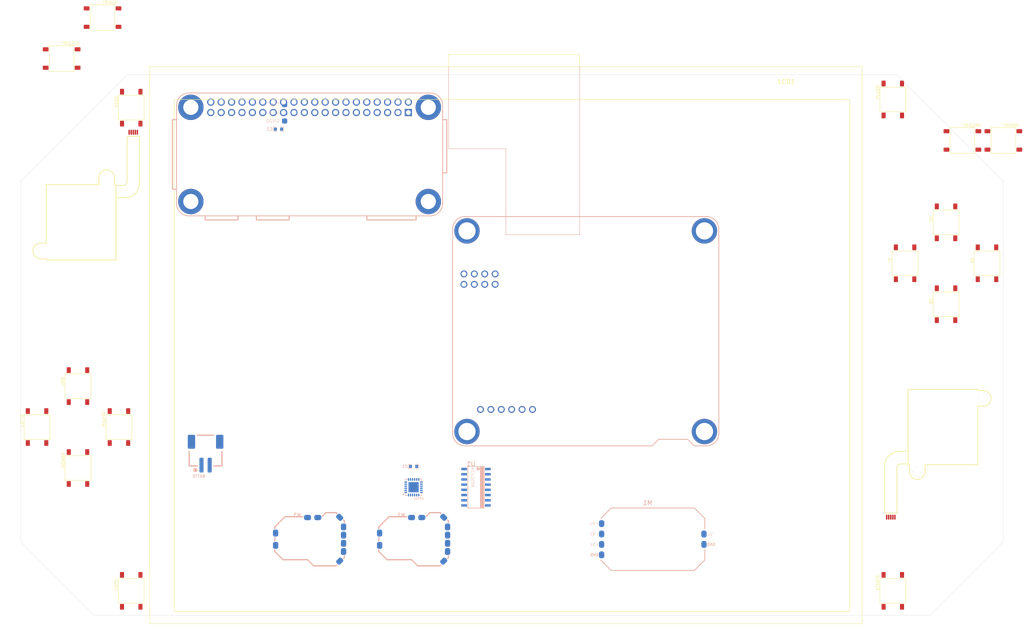
<source format=kicad_pcb>
(kicad_pcb (version 20211014) (generator pcbnew)
  (layers (0 "F.Cu" signal) (31 "B.Cu" signal) (34 "B.Paste" user) (35 "F.Paste" user) (36 "B.SilkS" user "B.Silkscreen") (37 "F.SilkS" user "F.Silkscreen") (38 "B.Mask" user) (39 "F.Mask" user) (44 "Edge.Cuts" user))
  (net 0 "")
  (net 1 "GND")
  (net 2 "TRIGL")
  (net 3 "TRIGZL")
  (net 4 "NEG")
  (net 5 "UP")
  (net 6 "DOWN")
  (net 7 "LEFT")
  (net 8 "RIGHT")
  (net 9 "CAP")
  (net 10 "TRIGR")
  (net 11 "TRIGZR")
  (net 12 "PLUS")
  (net 13 "X")
  (net 14 "B")
  (net 15 "Y")
  (net 16 "A")
  (net 17 "START")
  (net 18 "+3.3V")
  (net 19 "N$3")
  (net 20 "N$4")
  (net 21 "N$5")
  (net 22 "N$6")
  (net 23 "N$1")
  (net 24 "N$7")
  (net 25 "~{JOY_CS}")
  (net 26 "~{BTN_CS}")
  (net 27 "SPI_DI")
  (net 28 "SPI_DO")
  (net 29 "SPI_CLK")
  (net 30 "+4.1V")
  (net 31 "+5V")
  (net 32 "TX")
  (net 33 "RX")
  (net 34 "~{BTN_IRQ}")
  (footprint "umami-blade:B3FS" (layer "F.Cu") (at 244.5011 85.0036 90)
    (fp_text reference "Y0" (at 0 -3.7 90) (layer "F.SilkS") (effects (font (size 0.709168 0.709168) (thickness 0.103632)) (justify left)))
    (fp_text value "Tact. Sw.")
    (pad "1" smd roundrect (at 3.9 2.25 180) (size 1 1.4) (layers "F.Cu" "F.Paste" "F.Mask") (roundrect_rratio 0.15) (net 15 "Y"))
    (pad "2" smd roundrect (at -3.9 2.25 180) (size 1 1.4) (layers "F.Cu" "F.Paste" "F.Mask") (roundrect_rratio 0.15) (net 15 "Y"))
    (pad "3" smd roundrect (at 3.9 -2.25 180) (size 1 1.4) (layers "F.Cu" "F.Paste" "F.Mask") (roundrect_rratio 0.15) (net 1 "GND"))
    (pad "4" smd roundrect (at -3.9 -2.25 180) (size 1 1.4) (layers "F.Cu" "F.Paste" "F.Mask") (roundrect_rratio 0.15) (net 1 "GND"))
  )
  (footprint "" (layer "F.Cu") (at 33.4011 82.0036)
    (fp_text reference "@HOLE1" hide)
    (fp_text value "" (at 0 0) (layer "F.SilkS") (effects (font (size 1.27 1.27))))
    (pad "" np_thru_hole circle (at 0 0) (size 2.2 2.2) (drill 2.2) (layers *.Cu *.Mask))
  )
  (footprint "umami-blade:B3FS" (layer "F.Cu") (at 241.5011 165.0036 90)
    (fp_text reference "START0" (at 0 -3.7 90) (layer "F.SilkS") (effects (font (size 0.709168 0.709168) (thickness 0.103632)) (justify left)))
    (fp_text value "Tact. Sw.")
    (pad "1" smd roundrect (at 3.9 2.25 180) (size 1 1.4) (layers "F.Cu" "F.Paste" "F.Mask") (roundrect_rratio 0.15) (net 17 "START"))
    (pad "2" smd roundrect (at -3.9 2.25 180) (size 1 1.4) (layers "F.Cu" "F.Paste" "F.Mask") (roundrect_rratio 0.15) (net 17 "START"))
    (pad "3" smd roundrect (at 3.9 -2.25 180) (size 1 1.4) (layers "F.Cu" "F.Paste" "F.Mask") (roundrect_rratio 0.15) (net 1 "GND"))
    (pad "4" smd roundrect (at -3.9 -2.25 180) (size 1 1.4) (layers "F.Cu" "F.Paste" "F.Mask") (roundrect_rratio 0.15) (net 1 "GND"))
  )
  (footprint "umami-blade:B3FS" (layer "F.Cu") (at 55.5011 165.0036 90)
    (fp_text reference "CAP0" (at 0 -3.7 90) (layer "F.SilkS") (effects (font (size 0.709168 0.709168) (thickness 0.103632)) (justify left)))
    (fp_text value "Tact. Sw.")
    (pad "1" smd roundrect (at 3.9 2.25 180) (size 1 1.4) (layers "F.Cu" "F.Paste" "F.Mask") (roundrect_rratio 0.15) (net 9 "CAP"))
    (pad "2" smd roundrect (at -3.9 2.25 180) (size 1 1.4) (layers "F.Cu" "F.Paste" "F.Mask") (roundrect_rratio 0.15) (net 9 "CAP"))
    (pad "3" smd roundrect (at 3.9 -2.25 180) (size 1 1.4) (layers "F.Cu" "F.Paste" "F.Mask") (roundrect_rratio 0.15) (net 1 "GND"))
    (pad "4" smd roundrect (at -3.9 -2.25 180) (size 1 1.4) (layers "F.Cu" "F.Paste" "F.Mask") (roundrect_rratio 0.15) (net 1 "GND"))
  )
  (footprint "umami-blade:B3FS" (layer "F.Cu") (at 268.5011 55.0036)
    (fp_text reference "TRIGR0" (at 0 -3.7) (layer "F.SilkS") (effects (font (size 0.709168 0.709168) (thickness 0.103632)) (justify left)))
    (fp_text value "Tact. Sw.")
    (pad "1" smd roundrect (at 3.9 2.25 90) (size 1 1.4) (layers "F.Cu" "F.Paste" "F.Mask") (roundrect_rratio 0.15) (net 10 "TRIGR"))
    (pad "2" smd roundrect (at -3.9 2.25 90) (size 1 1.4) (layers "F.Cu" "F.Paste" "F.Mask") (roundrect_rratio 0.15) (net 10 "TRIGR"))
    (pad "3" smd roundrect (at 3.9 -2.25 90) (size 1 1.4) (layers "F.Cu" "F.Paste" "F.Mask") (roundrect_rratio 0.15) (net 1 "GND"))
    (pad "4" smd roundrect (at -3.9 -2.25 90) (size 1 1.4) (layers "F.Cu" "F.Paste" "F.Mask") (roundrect_rratio 0.15) (net 1 "GND"))
  )
  (footprint "umami-blade:NINTENDO-JOYCON" (layer "F.Cu") (at 42.5011 75.0036)
    (fp_text reference "JOY1" hide)
    (fp_text value "" hide)
    (pad "" np_thru_hole circle (at -9.1 7) (size 2.2 2.2) (drill 2.2) (layers *.Cu *.Mask))
    (pad "" np_thru_hole circle (at 7 -10.9) (size 2.2 2.2) (drill 2.2) (layers *.Cu *.Mask))
    (pad "1" smd roundrect (at 12.5 -22 90) (size 1.2 0.35) (layers "F.Cu" "F.Paste" "F.Mask") (roundrect_rratio 0.2) (net 18 "+3.3V"))
    (pad "2" smd roundrect (at 13 -22 90) (size 1.2 0.35) (layers "F.Cu" "F.Paste" "F.Mask") (roundrect_rratio 0.2) (net 19 "N$3"))
    (pad "3" smd roundrect (at 13.5 -22 90) (size 1.2 0.35) (layers "F.Cu" "F.Paste" "F.Mask") (roundrect_rratio 0.2) (net 23 "N$1"))
    (pad "4" smd roundrect (at 14 -22 90) (size 1.2 0.35) (layers "F.Cu" "F.Paste" "F.Mask") (roundrect_rratio 0.2) (net 1 "GND"))
    (pad "5" smd roundrect (at 14.5 -22 90) (size 1.2 0.35) (layers "F.Cu" "F.Paste" "F.Mask") (roundrect_rratio 0.2) (net 20 "N$4"))
  )
  (footprint "" (layer "F.Cu") (at 49.5011 64.1036)
    (fp_text reference "@HOLE0" hide)
    (fp_text value "" (at 0 0) (layer "F.SilkS") (effects (font (size 1.27 1.27))))
    (pad "" np_thru_hole circle (at 0 0) (size 2.2 2.2) (drill 2.2) (layers *.Cu *.Mask))
  )
  (footprint "umami-blade:B3FS" (layer "F.Cu") (at 258.5011 55.0036)
    (fp_text reference "TRIGZR0" (at 0 -3.7) (layer "F.SilkS") (effects (font (size 0.709168 0.709168) (thickness 0.103632)) (justify left)))
    (fp_text value "Tact. Sw.")
    (pad "1" smd roundrect (at 3.9 2.25 90) (size 1 1.4) (layers "F.Cu" "F.Paste" "F.Mask") (roundrect_rratio 0.15) (net 11 "TRIGZR"))
    (pad "2" smd roundrect (at -3.9 2.25 90) (size 1 1.4) (layers "F.Cu" "F.Paste" "F.Mask") (roundrect_rratio 0.15) (net 11 "TRIGZR"))
    (pad "3" smd roundrect (at 3.9 -2.25 90) (size 1 1.4) (layers "F.Cu" "F.Paste" "F.Mask") (roundrect_rratio 0.15) (net 1 "GND"))
    (pad "4" smd roundrect (at -3.9 -2.25 90) (size 1 1.4) (layers "F.Cu" "F.Paste" "F.Mask") (roundrect_rratio 0.15) (net 1 "GND"))
  )
  (footprint "umami-blade:B3FS" (layer "F.Cu") (at 254.5011 95.0036 90)
    (fp_text reference "B0" (at 0 -3.7 90) (layer "F.SilkS") (effects (font (size 0.709168 0.709168) (thickness 0.103632)) (justify left)))
    (fp_text value "Tact. Sw.")
    (pad "1" smd roundrect (at 3.9 2.25 180) (size 1 1.4) (layers "F.Cu" "F.Paste" "F.Mask") (roundrect_rratio 0.15) (net 14 "B"))
    (pad "2" smd roundrect (at -3.9 2.25 180) (size 1 1.4) (layers "F.Cu" "F.Paste" "F.Mask") (roundrect_rratio 0.15) (net 14 "B"))
    (pad "3" smd roundrect (at 3.9 -2.25 180) (size 1 1.4) (layers "F.Cu" "F.Paste" "F.Mask") (roundrect_rratio 0.15) (net 1 "GND"))
    (pad "4" smd roundrect (at -3.9 -2.25 180) (size 1 1.4) (layers "F.Cu" "F.Paste" "F.Mask") (roundrect_rratio 0.15) (net 1 "GND"))
  )
  (footprint "umami-blade:B3FS" (layer "F.Cu") (at 48.5011 25.0036)
    (fp_text reference "TRIGL0" (at 0 -3.7) (layer "F.SilkS") (effects (font (size 0.709168 0.709168) (thickness 0.103632)) (justify left)))
    (fp_text value "Tact. Sw.")
    (pad "1" smd roundrect (at 3.9 2.25 90) (size 1 1.4) (layers "F.Cu" "F.Paste" "F.Mask") (roundrect_rratio 0.15) (net 2 "TRIGL"))
    (pad "2" smd roundrect (at -3.9 2.25 90) (size 1 1.4) (layers "F.Cu" "F.Paste" "F.Mask") (roundrect_rratio 0.15) (net 2 "TRIGL"))
    (pad "3" smd roundrect (at 3.9 -2.25 90) (size 1 1.4) (layers "F.Cu" "F.Paste" "F.Mask") (roundrect_rratio 0.15) (net 1 "GND"))
    (pad "4" smd roundrect (at -3.9 -2.25 90) (size 1 1.4) (layers "F.Cu" "F.Paste" "F.Mask") (roundrect_rratio 0.15) (net 1 "GND"))
  )
  (footprint "umami-blade:B3FS" (layer "F.Cu") (at 55.5011 47.0036 90)
    (fp_text reference "NEG0" (at 0 -3.7 90) (layer "F.SilkS") (effects (font (size 0.709168 0.709168) (thickness 0.103632)) (justify left)))
    (fp_text value "Tact. Sw.")
    (pad "1" smd roundrect (at 3.9 2.25 180) (size 1 1.4) (layers "F.Cu" "F.Paste" "F.Mask") (roundrect_rratio 0.15) (net 4 "NEG"))
    (pad "2" smd roundrect (at -3.9 2.25 180) (size 1 1.4) (layers "F.Cu" "F.Paste" "F.Mask") (roundrect_rratio 0.15) (net 4 "NEG"))
    (pad "3" smd roundrect (at 3.9 -2.25 180) (size 1 1.4) (layers "F.Cu" "F.Paste" "F.Mask") (roundrect_rratio 0.15) (net 1 "GND"))
    (pad "4" smd roundrect (at -3.9 -2.25 180) (size 1 1.4) (layers "F.Cu" "F.Paste" "F.Mask") (roundrect_rratio 0.15) (net 1 "GND"))
  )
  (footprint "umami-blade:NINTENDO-JOYCON" (layer "F.Cu") (at 254.5011 125.0036 180)
    (fp_text reference "JOY2" hide)
    (fp_text value "" hide)
    (pad "" np_thru_hole circle (at 7 -10.9 180) (size 2.2 2.2) (drill 2.2) (layers *.Cu *.Mask))
    (pad "" np_thru_hole circle (at -9.1 7 180) (size 2.2 2.2) (drill 2.2) (layers *.Cu *.Mask))
    (pad "1" smd roundrect (at 12.5 -22 270) (size 1.2 0.35) (layers "F.Cu" "F.Paste" "F.Mask") (roundrect_rratio 0.2) (net 18 "+3.3V"))
    (pad "2" smd roundrect (at 13 -22 270) (size 1.2 0.35) (layers "F.Cu" "F.Paste" "F.Mask") (roundrect_rratio 0.2) (net 21 "N$5"))
    (pad "3" smd roundrect (at 13.5 -22 270) (size 1.2 0.35) (layers "F.Cu" "F.Paste" "F.Mask") (roundrect_rratio 0.2) (net 24 "N$7"))
    (pad "4" smd roundrect (at 14 -22 270) (size 1.2 0.35) (layers "F.Cu" "F.Paste" "F.Mask") (roundrect_rratio 0.2) (net 1 "GND"))
    (pad "5" smd roundrect (at 14.5 -22 270) (size 1.2 0.35) (layers "F.Cu" "F.Paste" "F.Mask") (roundrect_rratio 0.2) (net 22 "N$6"))
  )
  (footprint "umami-blade:PIMORONI_PIM372" (layer "F.Cu") (at 147.0011 105.0036)
    (fp_text reference "LCD1" (at 66.3589 -64.3636) (layer "F.SilkS") (effects (font (size 1.108075 1.108075) (thickness 0.161925)) (justify left)))
    (fp_text value "TFT LCD" hide)
  )
  (footprint "umami-blade:B3FS" (layer "F.Cu") (at 38.5011 35.0036)
    (fp_text reference "TRIGZL0" (at 0 -3.7) (layer "F.SilkS") (effects (font (size 0.709168 0.709168) (thickness 0.103632)) (justify left)))
    (fp_text value "Tact. Sw.")
    (pad "1" smd roundrect (at 3.9 2.25 90) (size 1 1.4) (layers "F.Cu" "F.Paste" "F.Mask") (roundrect_rratio 0.15) (net 3 "TRIGZL"))
    (pad "2" smd roundrect (at -3.9 2.25 90) (size 1 1.4) (layers "F.Cu" "F.Paste" "F.Mask") (roundrect_rratio 0.15) (net 3 "TRIGZL"))
    (pad "3" smd roundrect (at 3.9 -2.25 90) (size 1 1.4) (layers "F.Cu" "F.Paste" "F.Mask") (roundrect_rratio 0.15) (net 1 "GND"))
    (pad "4" smd roundrect (at -3.9 -2.25 90) (size 1 1.4) (layers "F.Cu" "F.Paste" "F.Mask") (roundrect_rratio 0.15) (net 1 "GND"))
  )
  (footprint "umami-blade:B3FS" (layer "F.Cu") (at 254.5011 75.0036 90)
    (fp_text reference "X0" (at 0 -3.7 90) (layer "F.SilkS") (effects (font (size 0.709168 0.709168) (thickness 0.103632)) (justify left)))
    (fp_text value "Tact. Sw.")
    (pad "1" smd roundrect (at 3.9 2.25 180) (size 1 1.4) (layers "F.Cu" "F.Paste" "F.Mask") (roundrect_rratio 0.15) (net 13 "X"))
    (pad "2" smd roundrect (at -3.9 2.25 180) (size 1 1.4) (layers "F.Cu" "F.Paste" "F.Mask") (roundrect_rratio 0.15) (net 13 "X"))
    (pad "3" smd roundrect (at 3.9 -2.25 180) (size 1 1.4) (layers "F.Cu" "F.Paste" "F.Mask") (roundrect_rratio 0.15) (net 1 "GND"))
    (pad "4" smd roundrect (at -3.9 -2.25 180) (size 1 1.4) (layers "F.Cu" "F.Paste" "F.Mask") (roundrect_rratio 0.15) (net 1 "GND"))
  )
  (footprint "umami-blade:B3FS" (layer "F.Cu") (at 264.5011 85.0036 90)
    (fp_text reference "A0" (at 0 -3.7 90) (layer "F.SilkS") (effects (font (size 0.709168 0.709168) (thickness 0.103632)) (justify left)))
    (fp_text value "Tact. Sw.")
    (pad "1" smd roundrect (at 3.9 2.25 180) (size 1 1.4) (layers "F.Cu" "F.Paste" "F.Mask") (roundrect_rratio 0.15) (net 16 "A"))
    (pad "2" smd roundrect (at -3.9 2.25 180) (size 1 1.4) (layers "F.Cu" "F.Paste" "F.Mask") (roundrect_rratio 0.15) (net 16 "A"))
    (pad "3" smd roundrect (at 3.9 -2.25 180) (size 1 1.4) (layers "F.Cu" "F.Paste" "F.Mask") (roundrect_rratio 0.15) (net 1 "GND"))
    (pad "4" smd roundrect (at -3.9 -2.25 180) (size 1 1.4) (layers "F.Cu" "F.Paste" "F.Mask") (roundrect_rratio 0.15) (net 1 "GND"))
  )
  (footprint "umami-blade:B3FS" (layer "F.Cu") (at 52.5011 125.0036 90)
    (fp_text reference "RIGHT0" (at 0 -3.7 90) (layer "F.SilkS") (effects (font (size 0.709168 0.709168) (thickness 0.103632)) (justify left)))
    (fp_text value "Tact. Sw.")
    (pad "1" smd roundrect (at 3.9 2.25 180) (size 1 1.4) (layers "F.Cu" "F.Paste" "F.Mask") (roundrect_rratio 0.15) (net 8 "RIGHT"))
    (pad "2" smd roundrect (at -3.9 2.25 180) (size 1 1.4) (layers "F.Cu" "F.Paste" "F.Mask") (roundrect_rratio 0.15) (net 8 "RIGHT"))
    (pad "3" smd roundrect (at 3.9 -2.25 180) (size 1 1.4) (layers "F.Cu" "F.Paste" "F.Mask") (roundrect_rratio 0.15) (net 1 "GND"))
    (pad "4" smd roundrect (at -3.9 -2.25 180) (size 1 1.4) (layers "F.Cu" "F.Paste" "F.Mask") (roundrect_rratio 0.15) (net 1 "GND"))
  )
  (footprint "umami-blade:B3FS" (layer "F.Cu") (at 42.5011 135.0036 90)
    (fp_text reference "DOWN0" (at 0 -3.7 90) (layer "F.SilkS") (effects (font (size 0.709168 0.709168) (thickness 0.103632)) (justify left)))
    (fp_text value "Tact. Sw.")
    (pad "1" smd roundrect (at 3.9 2.25 180) (size 1 1.4) (layers "F.Cu" "F.Paste" "F.Mask") (roundrect_rratio 0.15) (net 6 "DOWN"))
    (pad "2" smd roundrect (at -3.9 2.25 180) (size 1 1.4) (layers "F.Cu" "F.Paste" "F.Mask") (roundrect_rratio 0.15) (net 6 "DOWN"))
    (pad "3" smd roundrect (at 3.9 -2.25 180) (size 1 1.4) (layers "F.Cu" "F.Paste" "F.Mask") (roundrect_rratio 0.15) (net 1 "GND"))
    (pad "4" smd roundrect (at -3.9 -2.25 180) (size 1 1.4) (layers "F.Cu" "F.Paste" "F.Mask") (roundrect_rratio 0.15) (net 1 "GND"))
  )
  (footprint "umami-blade:B3FS" (layer "F.Cu") (at 32.5011 125.0036 90)
    (fp_text reference "LEFT0" (at 0 -3.7 90) (layer "F.SilkS") (effects (font (size 0.709168 0.709168) (thickness 0.103632)) (justify left)))
    (fp_text value "Tact. Sw.")
    (pad "1" smd roundrect (at 3.9 2.25 180) (size 1 1.4) (layers "F.Cu" "F.Paste" "F.Mask") (roundrect_rratio 0.15) (net 7 "LEFT"))
    (pad "2" smd roundrect (at -3.9 2.25 180) (size 1 1.4) (layers "F.Cu" "F.Paste" "F.Mask") (roundrect_rratio 0.15) (net 7 "LEFT"))
    (pad "3" smd roundrect (at 3.9 -2.25 180) (size 1 1.4) (layers "F.Cu" "F.Paste" "F.Mask") (roundrect_rratio 0.15) (net 1 "GND"))
    (pad "4" smd roundrect (at -3.9 -2.25 180) (size 1 1.4) (layers "F.Cu" "F.Paste" "F.Mask") (roundrect_rratio 0.15) (net 1 "GND"))
  )
  (footprint "" (layer "F.Cu") (at 247.5011 135.9036)
    (fp_text reference "@HOLE2" hide)
    (fp_text value "" (at 0 0) (layer "F.SilkS") (effects (font (size 1.27 1.27))))
    (pad "" np_thru_hole circle (at 0 0) (size 2.2 2.2) (drill 2.2) (layers *.Cu *.Mask))
  )
  (footprint "" (layer "F.Cu") (at 263.6011 118.0036)
    (fp_text reference "@HOLE3" hide)
    (fp_text value "" (at 0 0) (layer "F.SilkS") (effects (font (size 1.27 1.27))))
    (pad "" np_thru_hole circle (at 0 0) (size 2.2 2.2) (drill 2.2) (layers *.Cu *.Mask))
  )
  (footprint "umami-blade:B3FS" (layer "F.Cu") (at 241.5011 45.0036 90)
    (fp_text reference "PLUS0" (at 0 -3.7 90) (layer "F.SilkS") (effects (font (size 0.709168 0.709168) (thickness 0.103632)) (justify left)))
    (fp_text value "Tact. Sw.")
    (pad "1" smd roundrect (at 3.9 2.25 180) (size 1 1.4) (layers "F.Cu" "F.Paste" "F.Mask") (roundrect_rratio 0.15) (net 12 "PLUS"))
    (pad "2" smd roundrect (at -3.9 2.25 180) (size 1 1.4) (layers "F.Cu" "F.Paste" "F.Mask") (roundrect_rratio 0.15) (net 12 "PLUS"))
    (pad "3" smd roundrect (at 3.9 -2.25 180) (size 1 1.4) (layers "F.Cu" "F.Paste" "F.Mask") (roundrect_rratio 0.15) (net 1 "GND"))
    (pad "4" smd roundrect (at -3.9 -2.25 180) (size 1 1.4) (layers "F.Cu" "F.Paste" "F.Mask") (roundrect_rratio 0.15) (net 1 "GND"))
  )
  (footprint "umami-blade:B3FS" (layer "F.Cu") (at 42.5011 115.0036 90)
    (fp_text reference "UP0" (at 0 -3.7 90) (layer "F.SilkS") (effects (font (size 0.709168 0.709168) (thickness 0.103632)) (justify left)))
    (fp_text value "Tact. Sw.")
    (pad "1" smd roundrect (at 3.9 2.25 180) (size 1 1.4) (layers "F.Cu" "F.Paste" "F.Mask") (roundrect_rratio 0.15) (net 5 "UP"))
    (pad "2" smd roundrect (at -3.9 2.25 180) (size 1 1.4) (layers "F.Cu" "F.Paste" "F.Mask") (roundrect_rratio 0.15) (net 5 "UP"))
    (pad "3" smd roundrect (at 3.9 -2.25 180) (size 1 1.4) (layers "F.Cu" "F.Paste" "F.Mask") (roundrect_rratio 0.15) (net 1 "GND"))
    (pad "4" smd roundrect (at -3.9 -2.25 180) (size 1 1.4) (layers "F.Cu" "F.Paste" "F.Mask") (roundrect_rratio 0.15) (net 1 "GND"))
  )
  (footprint "umami-blade:0123A" (layer "B.Cu") (at 99.06 152.4 180)
    (fp_text reference "M3" (at 2 5.9) (layer "B.SilkS") (effects (font (size 0.8725 0.8725) (thickness 0.1275)) (justify left mirror)))
    (fp_text value "Class-D, 16W")
    (pad "12V" smd roundrect (at 0.5 5.3 90) (size 1.3 1.7) (layers "B.Cu" "B.Paste" "B.Mask") (roundrect_rratio 0.35))
    (pad "DAI0" smd roundrect (at -8.3 3 180) (size 1.3 1.7) (layers "B.Cu" "B.Paste" "B.Mask") (roundrect_rratio 0.35))
    (pad "DAI1" smd roundrect (at -8.3 1 180) (size 1.3 1.7) (layers "B.Cu" "B.Paste" "B.Mask") (roundrect_rratio 0.35))
    (pad "DAI2" smd roundrect (at -8.3 -1 180) (size 1.3 1.7) (layers "B.Cu" "B.Paste" "B.Mask") (roundrect_rratio 0.35))
    (pad "EN" smd roundrect (at -8.3 -3 180) (size 1.3 1.7) (layers "B.Cu" "B.Paste" "B.Mask") (roundrect_rratio 0.35))
    (pad "GND" smd roundrect (at -7.35 -5.35 135) (size 1.3 1.7) (layers "B.Cu" "B.Paste" "B.Mask") (roundrect_rratio 0.35) (net 1 "GND"))
    (pad "GND2" smd roundrect (at -2 5.3 90) (size 1.3 1.7) (layers "B.Cu" "B.Paste" "B.Mask") (roundrect_rratio 0.35) (net 1 "GND"))
    (pad "SP+" smd roundrect (at 8.3 1.5 180) (size 1.3 1.7) (layers "B.Cu" "B.Paste" "B.Mask") (roundrect_rratio 0.35))
    (pad "SP-" smd roundrect (at 8.3 -1.5 180) (size 1.3 1.7) (layers "B.Cu" "B.Paste" "B.Mask") (roundrect_rratio 0.35))
    (pad "VDD" smd roundrect (at -7.35 5.35 45) (size 1.3 1.7) (layers "B.Cu" "B.Paste" "B.Mask") (roundrect_rratio 0.35))
  )
  (footprint "umami-blade:0603-CAP" (layer "B.Cu") (at 91.472 52.26 180)
    (fp_text reference "C2" (at 1.4 0) (layer "B.SilkS") (effects (font (size 0.709168 0.709168) (thickness 0.103632)) (justify left mirror)))
    (fp_text value "0.1uF")
    (pad "1" smd roundrect (at -0.75184 0 180) (size 0.7112 0.762) (layers "B.Cu" "B.Paste" "B.Mask") (roundrect_rratio 0.1) (net 18 "+3.3V"))
    (pad "2" smd roundrect (at 0.75184 0 180) (size 0.7112 0.762) (layers "B.Cu" "B.Paste" "B.Mask") (roundrect_rratio 0.1) (net 1 "GND"))
  )
  (footprint "umami-blade:0128A" (layer "B.Cu") (at 182.88 152.4 180)
    (fp_text reference "M1" (at 0 8.89) (layer "B.SilkS") (effects (font (size 1.108075 1.108075) (thickness 0.161925)) (justify left mirror)))
    (fp_text value "")
    (fp_text user "-9V" (at 14.2494 1.27) (layer "B.SilkS") (effects (font (size 0.70104 0.70104) (thickness 0.06096)) (justify mirror)))
    (fp_text user "GND" (at -14.224 -1.27) (layer "B.SilkS") (effects (font (size 0.6477 0.6477) (thickness 0.1143)) (justify mirror)))
    (fp_text user "IN" (at -13.716 1.016) (layer "B.SilkS") (effects (font (size 0.471776 0.471776) (thickness 0.041024)) (justify mirror)))
    (fp_text user "GND" (at 14.2494 -3.81) (layer "B.SilkS") (effects (font (size 0.6477 0.6477) (thickness 0.1143)) (justify mirror)))
    (fp_text user "V" (at -14.351 1.27) (layer "B.SilkS") (effects (font (size 0.794512 0.794512) (thickness 0.069088)) (justify mirror)))
    (fp_text user "+9V" (at 14.224 3.81) (layer "B.SilkS") (effects (font (size 0.70104 0.70104) (thickness 0.06096)) (justify mirror)))
    (fp_text user "+5V" (at 14.224 -1.27) (layer "B.SilkS") (effects (font (size 0.70104 0.70104) (thickness 0.06096)) (justify mirror)))
    (pad "+9V" smd roundrect (at 12.5 3.81) (size 1.3 1.7) (layers "B.Cu" "B.Paste" "B.Mask") (roundrect_rratio 0.4))
    (pad "-9V" smd roundrect (at 12.5 1.27) (size 1.3 1.7) (layers "B.Cu" "B.Paste" "B.Mask") (roundrect_rratio 0.4))
    (pad "5V" smd roundrect (at 12.5 -1.27) (size 1.3 1.7) (layers "B.Cu" "B.Paste" "B.Mask") (roundrect_rratio 0.4) (net 31 "+5V"))
    (pad "GNDI" smd roundrect (at -12.5 -1.27 180) (size 1.3 1.7) (layers "B.Cu" "B.Paste" "B.Mask") (roundrect_rratio 0.4) (net 1 "GND"))
    (pad "GNDO" smd roundrect (at 12.5 -3.81) (size 1.3 1.7) (layers "B.Cu" "B.Paste" "B.Mask") (roundrect_rratio 0.4) (net 1 "GND"))
    (pad "VIN" smd roundrect (at -12.5 1.27 180) (size 1.3 1.7) (layers "B.Cu" "B.Paste" "B.Mask") (roundrect_rratio 0.4))
  )
  (footprint "umami-blade:PIMORONI-LCD-CONTROLLER" (layer "B.Cu") (at 166.5 101.6 180)
    (fp_text reference "MOD1" hide)
    (fp_text value "" hide)
    (pad "3V3" thru_hole circle (at 27.2034 13.9954 180) (size 1.6764 1.6764) (drill 1.1176) (layers *.Cu *.Mask))
    (pad "5V" thru_hole circle (at 29.7434 13.9954 180) (size 1.6764 1.6764) (drill 1.1176) (layers *.Cu *.Mask) (net 31 "+5V"))
    (pad "BACK" thru_hole circle (at 25.7048 -19.1008 180) (size 1.6764 1.6764) (drill 1.1176) (layers *.Cu *.Mask))
    (pad "BCK" thru_hole circle (at 27.2034 11.4554 180) (size 1.6764 1.6764) (drill 1.1176) (layers *.Cu *.Mask))
    (pad "DATA" thru_hole circle (at 22.1234 11.4554 180) (size 1.6764 1.6764) (drill 1.1176) (layers *.Cu *.Mask))
    (pad "DOWN" thru_hole circle (at 23.1648 -19.1008 180) (size 1.6764 1.6764) (drill 1.1176) (layers *.Cu *.Mask))
    (pad "GND@I2S" thru_hole circle (at 22.1234 13.9954 180) (size 1.6764 1.6764) (drill 1.1176) (layers *.Cu *.Mask) (net 1 "GND"))
    (pad "GND@MENU" thru_hole circle (at 13.0048 -19.1008 180) (size 1.6764 1.6764) (drill 1.1176) (layers *.Cu *.Mask) (net 1 "GND"))
    (pad "LRCK" thru_hole circle (at 29.7434 11.4554 180) (size 1.6764 1.6764) (drill 1.1176) (layers *.Cu *.Mask))
    (pad "MCK" thru_hole circle (at 24.6634 11.4554 180) (size 1.6764 1.6764) (drill 1.1176) (layers *.Cu *.Mask))
    (pad "MENU" thru_hole circle (at 18.0848 -19.1008 180) (size 1.6764 1.6764) (drill 1.1176) (layers *.Cu *.Mask))
    (pad "MTG1" thru_hole circle (at -29 24.5 180) (size 6.2 6.2) (drill 4.2) (layers *.Cu *.Mask))
    (pad "MTG2" thru_hole circle (at 29 24.5 180) (size 6.2 6.2) (drill 4.2) (layers *.Cu *.Mask))
    (pad "MTG3" thru_hole circle (at -29 -24.5 180) (size 6.2 6.2) (drill 4.2) (layers *.Cu *.Mask))
    (pad "MTG4" thru_hole circle (at 29 -24.5 180) (size 6.2 6.2) (drill 4.2) (layers *.Cu *.Mask))
    (pad "PWR" thru_hole circle (at 15.5448 -19.1008 180) (size 1.6764 1.6764) (drill 1.1176) (layers *.Cu *.Mask))
    (pad "SPIDF" thru_hole circle (at 24.6634 13.9954 180) (size 1.6764 1.6764) (drill 1.1176) (layers *.Cu *.Mask))
    (pad "UP" thru_hole circle (at 20.6248 -19.1008 180) (size 1.6764 1.6764) (drill 1.1176) (layers *.Cu *.Mask))
  )
  (footprint "umami-blade:PI-ZERO-2W" (layer "B.Cu") (at 99.06 58.42 180)
    (fp_text reference "PI1" hide)
    (fp_text value "Pi 2W" hide)
    (pad "1" thru_hole rect (at -24.13 10.23 180) (size 1.7526 1.7526) (drill 1.1684) (layers *.Cu *.Mask) (net 18 "+3.3V"))
    (pad "2" thru_hole circle (at -24.13 12.77 180) (size 1.7526 1.7526) (drill 1.1684) (layers *.Cu *.Mask) (net 31 "+5V"))
    (pad "3" thru_hole circle (at -21.59 10.23 180) (size 1.7526 1.7526) (drill 1.1684) (layers *.Cu *.Mask))
    (pad "4" thru_hole circle (at -21.59 12.77 180) (size 1.7526 1.7526) (drill 1.1684) (layers *.Cu *.Mask) (net 31 "+5V"))
    (pad "5" thru_hole circle (at -19.05 10.23 180) (size 1.7526 1.7526) (drill 1.1684) (layers *.Cu *.Mask))
    (pad "6" thru_hole circle (at -19.05 12.77 180) (size 1.7526 1.7526) (drill 1.1684) (layers *.Cu *.Mask) (net 1 "GND"))
    (pad "7" thru_hole circle (at -16.51 10.23 180) (size 1.7526 1.7526) (drill 1.1684) (layers *.Cu *.Mask))
    (pad "8" thru_hole circle (at -16.51 12.77 180) (size 1.7526 1.7526) (drill 1.1684) (layers *.Cu *.Mask) (net 32 "TX"))
    (pad "9" thru_hole circle (at -13.97 10.23 180) (size 1.7526 1.7526) (drill 1.1684) (layers *.Cu *.Mask) (net 1 "GND"))
    (pad "10" thru_hole circle (at -13.97 12.77 180) (size 1.7526 1.7526) (drill 1.1684) (layers *.Cu *.Mask) (net 33 "RX"))
    (pad "11" thru_hole circle (at -11.43 10.23 180) (size 1.7526 1.7526) (drill 1.1684) (layers *.Cu *.Mask))
    (pad "12" thru_hole circle (at -11.43 12.77 180) (size 1.7526 1.7526) (drill 1.1684) (layers *.Cu *.Mask))
    (pad "13" thru_hole circle (at -8.89 10.23 180) (size 1.7526 1.7526) (drill 1.1684) (layers *.Cu *.Mask))
    (pad "14" thru_hole circle (at -8.89 12.77 180) (size 1.7526 1.7526) (drill 1.1684) (layers *.Cu *.Mask) (net 1 "GND"))
    (pad "15" thru_hole circle (at -6.35 10.23 180) (size 1.7526 1.7526) (drill 1.1684) (layers *.Cu *.Mask))
    (pad "16" thru_hole circle (at -6.35 12.77 180) (size 1.7526 1.7526) (drill 1.1684) (layers *.Cu *.Mask))
    (pad "17" thru_hole circle (at -3.81 10.23 180) (size 1.7526 1.7526) (drill 1.1684) (layers *.Cu *.Mask))
    (pad "18" thru_hole circle (at -3.81 12.77 180) (size 1.7526 1.7526) (drill 1.1684) (layers *.Cu *.Mask))
    (pad "19" thru_hole circle (at -1.27 10.23 180) (size 1.7526 1.7526) (drill 1.1684) (layers *.Cu *.Mask) (net 27 "SPI_DI"))
    (pad "20" thru_hole circle (at -1.27 12.77 180) (size 1.7526 1.7526) (drill 1.1684) (layers *.Cu *.Mask) (net 1 "GND"))
    (pad "21" thru_hole circle (at 1.27 10.23 180) (size 1.7526 1.7526) (drill 1.1684) (layers *.Cu *.Mask) (net 28 "SPI_DO"))
    (pad "22" thru_hole circle (at 1.27 12.77 180) (size 1.7526 1.7526) (drill 1.1684) (layers *.Cu *.Mask) (net 34 "~{BTN_IRQ}"))
    (pad "23" thru_hole circle (at 3.81 10.23 180) (size 1.7526 1.7526) (drill 1.1684) (layers *.Cu *.Mask) (net 29 "SPI_CLK"))
    (pad "24" thru_hole circle (at 3.81 12.77 180) (size 1.7526 1.7526) (drill 1.1684) (layers *.Cu *.Mask) (net 26 "~{BTN_CS}"))
    (pad "25" thru_hole circle (at 6.35 10.23 180) (size 1.7526 1.7526) (drill 1.1684) (layers *.Cu *.Mask) (net 1 "GND"))
    (pad "26" thru_hole circle (at 6.35 12.77 180) (size 1.7526 1.7526) (drill 1.1684) (layers *.Cu *.Mask) (net 25 "~{JOY_CS}"))
    (pad "27" thru_hole circle (at 8.89 10.23 180) (size 1.7526 1.7526) (drill 1.1684) (layers *.Cu *.Mask))
    (pad "28" thru_hole circle (at 8.89 12.77 180) (size 1.7526 1.7526) (drill 1.1684) (layers *.Cu *.Mask))
    (pad "29" thru_hole circle (at 11.43 10.23 180) (size 1.7526 1.7526) (drill 1.1684) (layers *.Cu *.Mask))
    (pad "30" thru_hole circle (at 11.43 12.77 180) (size 1.7526 1.7526) (drill 1.1684) (layers *.Cu *.Mask) (net 1 "GND"))
    (pad "31" thru_hole circle (at 13.97 10.23 180) (size 1.7526 1.7526) (drill 1.1684) (layers *.Cu *.Mask))
    (pad "32" thru_hole circle (at 13.97 12.77 180) (size 1.7526 1.7526) (drill 1.1684) (layers *.Cu *.Mask))
    (pad "33" thru_hole circle (at 16.51 10.23 180) (size 1.7526 1.7526) (drill 1.1684) (layers *.Cu *.Mask))
    (pad "34" thru_hole circle (at 16.51 12.77 180) (size 1.7526 1.7526) (drill 1.1684) (layers *.Cu *.Mask) (net 1 "GND"))
    (pad "35" thru_hole circle (at 19.05 10.23 180) (size 1.7526 1.7526) (drill 1.1684) (layers *.Cu *.Mask))
    (pad "36" thru_hole circle (at 19.05 12.77 180) (size 1.7526 1.7526) (drill 1.1684) (layers *.Cu *.Mask))
    (pad "37" thru_hole circle (at 21.59 10.23 180) (size 1.7526 1.7526) (drill 1.1684) (layers *.Cu *.Mask))
    (pad "38" thru_hole circle (at 21.59 12.77 180) (size 1.7526 1.7526) (drill 1.1684) (layers *.Cu *.Mask))
    (pad "39" thru_hole circle (at 24.13 10.23 180) (size 1.7526 1.7526) (drill 1.1684) (layers *.Cu *.Mask) (net 1 "GND"))
    (pad "40" thru_hole circle (at 24.13 12.77 180) (size 1.7526 1.7526) (drill 1.1684) (layers *.Cu *.Mask))
    (pad "MT1" thru_hole circle (at -29 11.5 180) (size 6.2 6.2) (drill 3.7) (layers *.Cu *.Mask))
    (pad "MT2" thru_hole circle (at 29 11.5 180) (size 6.2 6.2) (drill 3.7) (layers *.Cu *.Mask))
    (pad "MT3" thru_hole circle (at -29 -11.5 180) (size 6.2 6.2) (drill 3.7) (layers *.Cu *.Mask))
    (pad "MT4" thru_hole circle (at 29 -11.5 180) (size 6.2 6.2) (drill 3.7) (layers *.Cu *.Mask))
  )
  (footprint "umami-blade:SMD-050X050" (layer "B.Cu") (at 93.472 50.26 180)
    (fp_text reference "GND0" (at 1.651 0) (layer "B.SilkS") (effects (font (size 0.8471 0.8471) (thickness 0.0673)) (justify left mirror)))
    (fp_text value "PADSMD-050X050" hide)
    (pad "1" smd roundrect (at 0.508 0 180) (size 1.27 1.27) (layers "B.Cu" "B.Paste" "B.Mask") (net 1 "GND"))
  )
  (footprint "umami-blade:0123A" (layer "B.Cu") (at 124.46 152.4 180)
    (fp_text reference "M2" (at 2 5.9) (layer "B.SilkS") (effects (font (size 0.8725 0.8725) (thickness 0.1275)) (justify left mirror)))
    (fp_text value "Class-D, 16W")
    (pad "12V" smd roundrect (at 0.5 5.3 90) (size 1.3 1.7) (layers "B.Cu" "B.Paste" "B.Mask") (roundrect_rratio 0.35))
    (pad "DAI0" smd roundrect (at -8.3 3 180) (size 1.3 1.7) (layers "B.Cu" "B.Paste" "B.Mask") (roundrect_rratio 0.35))
    (pad "DAI1" smd roundrect (at -8.3 1 180) (size 1.3 1.7) (layers "B.Cu" "B.Paste" "B.Mask") (roundrect_rratio 0.35))
    (pad "DAI2" smd roundrect (at -8.3 -1 180) (size 1.3 1.7) (layers "B.Cu" "B.Paste" "B.Mask") (roundrect_rratio 0.35))
    (pad "EN" smd roundrect (at -8.3 -3 180) (size 1.3 1.7) (layers "B.Cu" "B.Paste" "B.Mask") (roundrect_rratio 0.35))
    (pad "GND" smd roundrect (at -7.35 -5.35 135) (size 1.3 1.7) (layers "B.Cu" "B.Paste" "B.Mask") (roundrect_rratio 0.35) (net 1 "GND"))
    (pad "GND2" smd roundrect (at -2 5.3 90) (size 1.3 1.7) (layers "B.Cu" "B.Paste" "B.Mask") (roundrect_rratio 0.35) (net 1 "GND"))
    (pad "SP+" smd roundrect (at 8.3 1.5 180) (size 1.3 1.7) (layers "B.Cu" "B.Paste" "B.Mask") (roundrect_rratio 0.35))
    (pad "SP-" smd roundrect (at 8.3 -1.5 180) (size 1.3 1.7) (layers "B.Cu" "B.Paste" "B.Mask") (roundrect_rratio 0.35))
    (pad "VDD" smd roundrect (at -7.35 5.35 45) (size 1.3 1.7) (layers "B.Cu" "B.Paste" "B.Mask") (roundrect_rratio 0.35))
  )
  (footprint "umami-blade:SMD-050X050" (layer "B.Cu") (at 93.472 48.26 180)
    (fp_text reference "RX0" (at 1.651 0) (layer "B.SilkS") (effects (font (size 0.8471 0.8471) (thickness 0.0673)) (justify left mirror)))
    (fp_text value "PADSMD-050X050" hide)
    (pad "1" smd roundrect (at 0.508 0 180) (size 1.27 1.27) (layers "B.Cu" "B.Paste" "B.Mask") (net 33 "RX"))
  )
  (footprint "umami-blade:SMD-050X050" (layer "B.Cu") (at 93.472 46.26 180)
    (fp_text reference "TX0" (at 1.651 0) (layer "B.SilkS") (effects (font (size 0.8471 0.8471) (thickness 0.0673)) (justify left mirror)))
    (fp_text value "PADSMD-050X050" hide)
    (pad "1" smd roundrect (at 0.508 0 180) (size 1.27 1.27) (layers "B.Cu" "B.Paste" "B.Mask") (net 32 "TX"))
  )
  (footprint "umami-blade:QFN-24" (layer "B.Cu") (at 124.46 139.7)
    (fp_text reference "GPIO1" (at 0 2.75) (layer "B.SilkS") (effects (font (size 0.531876 0.531876) (thickness 0.077724)) (justify right mirror)))
    (fp_text value "XRA1405")
    (pad "1" smd roundrect (at -1.9 1.25 180) (size 0.7 0.3) (layers "B.Cu" "B.Paste" "B.Mask") (roundrect_rratio 0.4) (net 2 "TRIGL"))
    (pad "2" smd roundrect (at -1.9 0.75 180) (size 0.7 0.3) (layers "B.Cu" "B.Paste" "B.Mask") (roundrect_rratio 0.4) (net 3 "TRIGZL"))
    (pad "3" smd roundrect (at -1.9 0.25 180) (size 0.7 0.3) (layers "B.Cu" "B.Paste" "B.Mask") (roundrect_rratio 0.4) (net 4 "NEG"))
    (pad "4" smd roundrect (at -1.9 -0.25 180) (size 0.7 0.3) (layers "B.Cu" "B.Paste" "B.Mask") (roundrect_rratio 0.4) (net 5 "UP"))
    (pad "5" smd roundrect (at -1.9 -0.75 180) (size 0.7 0.3) (layers "B.Cu" "B.Paste" "B.Mask") (roundrect_rratio 0.4) (net 6 "DOWN"))
    (pad "6" smd roundrect (at -1.9 -1.25 180) (size 0.7 0.3) (layers "B.Cu" "B.Paste" "B.Mask") (roundrect_rratio 0.4) (net 7 "LEFT"))
    (pad "7" smd roundrect (at -1.25 -1.9 90) (size 0.7 0.3) (layers "B.Cu" "B.Paste" "B.Mask") (roundrect_rratio 0.4) (net 8 "RIGHT"))
    (pad "8" smd roundrect (at -0.75 -1.9 90) (size 0.7 0.3) (layers "B.Cu" "B.Paste" "B.Mask") (roundrect_rratio 0.4) (net 9 "CAP"))
    (pad "9" smd roundrect (at -0.25 -1.9 90) (size 0.7 0.3) (layers "B.Cu" "B.Paste" "B.Mask") (roundrect_rratio 0.4) (net 1 "GND"))
    (pad "10" smd roundrect (at 0.25 -1.9 90) (size 0.7 0.3) (layers "B.Cu" "B.Paste" "B.Mask") (roundrect_rratio 0.4) (net 10 "TRIGR"))
    (pad "11" smd roundrect (at 0.75 -1.9 90) (size 0.7 0.3) (layers "B.Cu" "B.Paste" "B.Mask") (roundrect_rratio 0.4) (net 11 "TRIGZR"))
    (pad "12" smd roundrect (at 1.25 -1.9 90) (size 0.7 0.3) (layers "B.Cu" "B.Paste" "B.Mask") (roundrect_rratio 0.4) (net 12 "PLUS"))
    (pad "13" smd roundrect (at 1.9 -1.25) (size 0.7 0.3) (layers "B.Cu" "B.Paste" "B.Mask") (roundrect_rratio 0.4) (net 13 "X"))
    (pad "14" smd roundrect (at 1.9 -0.75) (size 0.7 0.3) (layers "B.Cu" "B.Paste" "B.Mask") (roundrect_rratio 0.4) (net 14 "B"))
    (pad "15" smd roundrect (at 1.9 -0.25) (size 0.7 0.3) (layers "B.Cu" "B.Paste" "B.Mask") (roundrect_rratio 0.4) (net 15 "Y"))
    (pad "16" smd roundrect (at 1.9 0.25) (size 0.7 0.3) (layers "B.Cu" "B.Paste" "B.Mask") (roundrect_rratio 0.4) (net 16 "A"))
    (pad "17" smd roundrect (at 1.9 0.75) (size 0.7 0.3) (layers "B.Cu" "B.Paste" "B.Mask") (roundrect_rratio 0.4) (net 17 "START"))
    (pad "18" smd roundrect (at 1.9 1.25) (size 0.7 0.3) (layers "B.Cu" "B.Paste" "B.Mask") (roundrect_rratio 0.4) (net 26 "~{BTN_CS}"))
    (pad "19" smd roundrect (at 1.25 1.9 270) (size 0.7 0.3) (layers "B.Cu" "B.Paste" "B.Mask") (roundrect_rratio 0.4) (net 29 "SPI_CLK"))
    (pad "20" smd roundrect (at 0.75 1.9 270) (size 0.7 0.3) (layers "B.Cu" "B.Paste" "B.Mask") (roundrect_rratio 0.4) (net 28 "SPI_DO"))
    (pad "21" smd roundrect (at 0.25 1.9 270) (size 0.7 0.3) (layers "B.Cu" "B.Paste" "B.Mask") (roundrect_rratio 0.4) (net 18 "+3.3V"))
    (pad "22" smd roundrect (at -0.25 1.9 270) (size 0.7 0.3) (layers "B.Cu" "B.Paste" "B.Mask") (roundrect_rratio 0.4) (net 34 "~{BTN_IRQ}"))
    (pad "23" smd roundrect (at -0.75 1.9 270) (size 0.7 0.3) (layers "B.Cu" "B.Paste" "B.Mask") (roundrect_rratio 0.4) (net 18 "+3.3V"))
    (pad "24" smd roundrect (at -1.25 1.9 270) (size 0.7 0.3) (layers "B.Cu" "B.Paste" "B.Mask") (roundrect_rratio 0.4) (net 27 "SPI_DI"))
    (pad "PAD" smd roundrect (at 0 0) (size 2.5 2.5) (layers "B.Cu" "B.Paste" "B.Mask") (roundrect_rratio 0.05) (net 1 "GND"))
  )
  (footprint "umami-blade:SO16" (layer "B.Cu") (at 139.7 139.7 -90)
    (fp_text reference "U1" (at -5.723 0.027 -180) (layer "B.SilkS") (effects (font (size 1.108075 1.108075) (thickness 0.161925)) (justify left mirror)))
    (fp_text value "MCP3008" (at 0 0.762 -270) (layer "B.SilkS") (effects (font (size 0.705917 0.705917) (thickness 0.056083)) (justify right mirror)))
    (pad "1" smd roundrect (at -4.445 -2.9 270) (size 0.6 1.4) (layers "B.Cu" "B.Paste" "B.Mask") (roundrect_rratio 0.15) (net 19 "N$3"))
    (pad "2" smd roundrect (at -3.175 -2.9 270) (size 0.6 1.4) (layers "B.Cu" "B.Paste" "B.Mask") (roundrect_rratio 0.15) (net 23 "N$1"))
    (pad "3" smd roundrect (at -1.905 -2.9 270) (size 0.6 1.4) (layers "B.Cu" "B.Paste" "B.Mask") (roundrect_rratio 0.15) (net 20 "N$4"))
    (pad "4" smd roundrect (at -0.635 -2.9 270) (size 0.6 1.4) (layers "B.Cu" "B.Paste" "B.Mask") (roundrect_rratio 0.15))
    (pad "5" smd roundrect (at 0.635 -2.9 270) (size 0.6 1.4) (layers "B.Cu" "B.Paste" "B.Mask") (roundrect_rratio 0.15) (net 21 "N$5"))
    (pad "6" smd roundrect (at 1.905 -2.9 270) (size 0.6 1.4) (layers "B.Cu" "B.Paste" "B.Mask") (roundrect_rratio 0.15) (net 24 "N$7"))
    (pad "7" smd roundrect (at 3.175 -2.9 270) (size 0.6 1.4) (layers "B.Cu" "B.Paste" "B.Mask") (roundrect_rratio 0.15) (net 22 "N$6"))
    (pad "8" smd roundrect (at 4.445 -2.9 270) (size 0.6 1.4) (layers "B.Cu" "B.Paste" "B.Mask") (roundrect_rratio 0.15))
    (pad "9" smd roundrect (at 4.445 2.9 270) (size 0.6 1.4) (layers "B.Cu" "B.Paste" "B.Mask") (roundrect_rratio 0.15) (net 1 "GND"))
    (pad "10" smd roundrect (at 3.175 2.9 270) (size 0.6 1.4) (layers "B.Cu" "B.Paste" "B.Mask") (roundrect_rratio 0.15) (net 25 "~{JOY_CS}"))
    (pad "11" smd roundrect (at 1.905 2.9 270) (size 0.6 1.4) (layers "B.Cu" "B.Paste" "B.Mask") (roundrect_rratio 0.15) (net 27 "SPI_DI"))
    (pad "12" smd roundrect (at 0.635 2.9 270) (size 0.6 1.4) (layers "B.Cu" "B.Paste" "B.Mask") (roundrect_rratio 0.15) (net 28 "SPI_DO"))
    (pad "13" smd roundrect (at -0.635 2.9 270) (size 0.6 1.4) (layers "B.Cu" "B.Paste" "B.Mask") (roundrect_rratio 0.15) (net 29 "SPI_CLK"))
    (pad "14" smd roundrect (at -1.905 2.9 270) (size 0.6 1.4) (layers "B.Cu" "B.Paste" "B.Mask") (roundrect_rratio 0.15) (net 1 "GND"))
    (pad "15" smd roundrect (at -3.175 2.9 270) (size 0.6 1.4) (layers "B.Cu" "B.Paste" "B.Mask") (roundrect_rratio 0.15) (net 18 "+3.3V"))
    (pad "16" smd roundrect (at -4.445 2.9 270) (size 0.6 1.4) (layers "B.Cu" "B.Paste" "B.Mask") (roundrect_rratio 0.15) (net 18 "+3.3V"))
  )
  (footprint "umami-blade:S2B-PH-SM4-" (layer "B.Cu") (at 73.66 127 180)
    (fp_text reference "BATT0" (at 0 -10) (layer "B.SilkS") (effects (font (size 0.709168 0.709168) (thickness 0.103632)) (justify left mirror)))
    (fp_text value "2-pin, RA, SMT")
    (pad "1" smd roundrect (at 1 -7.3 90) (size 3.6 1) (layers "B.Cu" "B.Paste" "B.Mask") (roundrect_rratio 0.2) (net 30 "+4.1V"))
    (pad "2" smd roundrect (at -1 -7.3 90) (size 3.6 1) (layers "B.Cu" "B.Paste" "B.Mask") (roundrect_rratio 0.2) (net 1 "GND"))
    (pad "GND@MT1" smd roundrect (at 3.45 -1.6 90) (size 3.4 1.8) (layers "B.Cu" "B.Paste" "B.Mask") (roundrect_rratio 0.15))
    (pad "GND@MT2" smd roundrect (at -3.45 -1.6 90) (size 3.4 1.8) (layers "B.Cu" "B.Paste" "B.Mask") (roundrect_rratio 0.15))
  )
  (footprint "umami-blade:0603-CAP" (layer "B.Cu") (at 124.46 134.62 180)
    (fp_text reference "C1" (at 1.4 0) (layer "B.SilkS") (effects (font (size 0.709168 0.709168) (thickness 0.103632)) (justify left mirror)))
    (fp_text value "0.1uF")
    (pad "1" smd roundrect (at -0.75184 0 180) (size 0.7112 0.762) (layers "B.Cu" "B.Paste" "B.Mask") (roundrect_rratio 0.1) (net 18 "+3.3V"))
    (pad "2" smd roundrect (at 0.75184 0 180) (size 0.7112 0.762) (layers "B.Cu" "B.Paste" "B.Mask") (roundrect_rratio 0.1) (net 1 "GND"))
  )
  (gr_line (start 264.6011 118.4645) (end 264.5611 118.5415) (layer "Edge.Cuts") (width 0.05))
  (gr_line (start 250.5011 171.0036) (end 268.5011 153.0036) (layer "Edge.Cuts") (width 0.05))
  (gr_line (start 246.6927 135.1563) (end 246.7538 135.0952) (layer "Edge.Cuts") (width 0.05))
  (gr_line (start 248.2484 135.0952) (end 248.3095 135.1563) (layer "Edge.Cuts") (width 0.05))
  (gr_line (start 263.6441 119.1036) (end 263.5581 119.1036) (layer "Edge.Cuts") (width 0.05))
  (gr_line (start 262.5681 118.3846) (end 262.5411 118.3024) (layer "Edge.Cuts") (width 0.05))
  (gr_line (start 246.5406 136.4415) (end 246.5014 136.3645) (layer "Edge.Cuts") (width 0.05))
  (gr_line (start 54.5011 39.0036) (end 28.5011 65.0036) (layer "Edge.Cuts") (width 0.05))
  (gr_line (start 263.7301 119.0968) (end 263.6441 119.1036) (layer "Edge.Cuts") (width 0.05))
  (gr_line (start 246.9632 136.8641) (end 246.8895 136.8189) (layer "Edge.Cuts") (width 0.05))
  (gr_line (start 248.1127 134.9883) (end 248.1826 135.0391) (layer "Edge.Cuts") (width 0.05))
  (gr_line (start 263.6441 116.9036) (end 263.7301 116.9104) (layer "Edge.Cuts") (width 0.05))
  (gr_line (start 264.2831 118.8681) (end 264.2131 118.9189) (layer "Edge.Cuts") (width 0.05))
  (gr_line (start 246.4416 136.2024) (end 246.4214 136.1184) (layer "Edge.Cuts") (width 0.05))
  (gr_line (start 248.5941 136.033) (end 248.5811 136.1184) (layer "Edge.Cuts") (width 0.05))
  (gr_line (start 262.8541 118.812) (end 262.7931 118.7509) (layer "Edge.Cuts") (width 0.05))
  (gr_line (start 262.6411 118.5415) (end 262.6011 118.4645) (layer "Edge.Cuts") (width 0.05))
  (gr_line (start 242.5011 39.0036) (end 54.5011 39.0036) (layer "Edge.Cuts") (width 0.05))
  (gr_line (start 248.4164 135.292) (end 248.4616 135.3657) (layer "Edge.Cuts") (width 0.05))
  (gr_line (start 246.5406 135.3657) (end 246.5858 135.292) (layer "Edge.Cuts") (width 0.05))
  (gr_line (start 248.3656 135.2221) (end 248.4164 135.292) (layer "Edge.Cuts") (width 0.05))
  (gr_line (start 248.5811 135.6888) (end 248.5941 135.7742) (layer "Edge.Cuts") (width 0.05))
  (gr_line (start 248.5341 135.5226) (end 248.5611 135.6048) (layer "Edge.Cuts") (width 0.05))
  (gr_line (start 248.5008 135.4427) (end 248.5341 135.5226) (layer "Edge.Cuts") (width 0.05))
  (gr_line (start 262.5211 117.7888) (end 262.5411 117.7048) (layer "Edge.Cuts") (width 0.05))
  (gr_line (start 263.4721 116.9104) (end 263.5581 116.9036) (layer "Edge.Cuts") (width 0.05))
  (gr_line (start 262.5681 117.6226) (end 262.6011 117.5427) (layer "Edge.Cuts") (width 0.05))
  (gr_line (start 246.4011 135.8604) (end 246.4079 135.7742) (layer "Edge.Cuts") (width 0.05))
  (gr_line (start 262.5411 117.7048) (end 262.5681 117.6226) (layer "Edge.Cuts") (width 0.05))
  (gr_line (start 247.5443 134.8036) (end 247.6305 134.8104) (layer "Edge.Cuts") (width 0.05))
  (gr_line (start 247.4579 134.8036) (end 247.5443 134.8036) (layer "Edge.Cuts") (width 0.05))
  (gr_line (start 248.5611 136.2024) (end 248.5341 136.2846) (layer "Edge.Cuts") (width 0.05))
  (gr_line (start 264.5611 117.4657) (end 264.6011 117.5427) (layer "Edge.Cuts") (width 0.05))
  (gr_line (start 262.5011 117.9604) (end 262.5081 117.8742) (layer "Edge.Cuts") (width 0.05))
  (gr_line (start 246.4214 135.6888) (end 246.4416 135.6048) (layer "Edge.Cuts") (width 0.05))
  (gr_line (start 247.2863 134.8239) (end 247.3717 134.8104) (layer "Edge.Cuts") (width 0.05))
  (gr_line (start 28.5011 65.0036) (end 28.5011 153.0036) (layer "Edge.Cuts") (width 0.05))
  (gr_line (start 263.1401 117.0039) (end 263.2201 116.9708) (layer "Edge.Cuts") (width 0.05))
  (gr_line (start 246.5014 135.4427) (end 246.5406 135.3657) (layer "Edge.Cuts") (width 0.05))
  (gr_line (start 248.4164 136.5152) (end 248.3656 136.5851) (layer "Edge.Cuts") (width 0.05))
  (gr_line (start 262.5411 118.3024) (end 262.5211 118.2184) (layer "Edge.Cuts") (width 0.05))
  (gr_line (start 262.9891 117.0883) (end 263.0631 117.0431) (layer "Edge.Cuts") (width 0.05))
  (gr_line (start 248.039 136.8641) (end 247.962 136.9033) (layer "Edge.Cuts") (width 0.05))
  (gr_line (start 262.7931 118.7509) (end 262.7361 118.6851) (layer "Edge.Cuts") (width 0.05))
  (gr_line (start 247.7999 136.9631) (end 247.7159 136.9833) (layer "Edge.Cuts") (width 0.05))
  (gr_line (start 248.5341 136.2846) (end 248.5008 136.3645) (layer "Edge.Cuts") (width 0.05))
  (gr_line (start 246.4416 135.6048) (end 246.4683 135.5226) (layer "Edge.Cuts") (width 0.05))
  (gr_line (start 247.5443 137.0036) (end 247.4579 137.0036) (layer "Edge.Cuts") (width 0.05))
  (gr_line (start 247.6305 134.8104) (end 247.7159 134.8239) (layer "Edge.Cuts") (width 0.05))
  (gr_line (start 264.1391 118.9641) (end 264.0621 119.0033) (layer "Edge.Cuts") (width 0.05))
  (gr_line (start 248.1826 135.0391) (end 248.2484 135.0952) (layer "Edge.Cuts") (width 0.05))
  (gr_line (start 246.7538 135.0952) (end 246.8196 135.0391) (layer "Edge.Cuts") (width 0.05))
  (gr_line (start 263.9001 119.0631) (end 263.8161 119.0833) (layer "Edge.Cuts") (width 0.05))
  (gr_line (start 262.8541 117.1952) (end 262.9191 117.1391) (layer "Edge.Cuts") (width 0.05))
  (gr_line (start 248.039 134.9431) (end 248.1127 134.9883) (layer "Edge.Cuts") (width 0.05))
  (gr_line (start 264.4091 117.2563) (end 264.4661 117.3221) (layer "Edge.Cuts") (width 0.05))
  (gr_line (start 246.4214 136.1184) (end 246.4079 136.033) (layer "Edge.Cuts") (width 0.05))
  (gr_line (start 248.3656 136.5851) (end 248.3095 136.6509) (layer "Edge.Cuts") (width 0.05))
  (gr_line (start 246.8196 136.7681) (end 246.7538 136.712) (layer "Edge.Cuts") (width 0.05))
  (gr_line (start 263.8161 119.0833) (end 263.7301 119.0968) (layer "Edge.Cuts") (width 0.05))
  (gr_line (start 248.5811 136.1184) (end 248.5611 136.2024) (layer "Edge.Cuts") (width 0.05))
  (gr_line (start 247.962 136.9033) (end 247.8821 136.9364) (layer "Edge.Cuts") (width 0.05))
  (gr_line (start 264.6611 117.7048) (end 264.6811 117.7888) (layer "Edge.Cuts") (width 0.05))
  (gr_line (start 247.1201 134.8708) (end 247.2023 134.8441) (layer "Edge.Cuts") (width 0.05))
  (gr_line (start 263.2201 119.0364) (end 263.1401 119.0033) (layer "Edge.Cuts") (width 0.05))
  (gr_line (start 248.6011 135.8604) (end 248.6011 135.9468) (layer "Edge.Cuts") (width 0.05))
  (gr_line (start 247.3717 136.9968) (end 247.2863 136.9833) (layer "Edge.Cuts") (width 0.05))
  (gr_line (start 248.1826 136.7681) (end 248.1127 136.8189) (layer "Edge.Cuts") (width 0.05))
  (gr_line (start 262.9191 118.8681) (end 262.8541 118.812) (layer "Edge.Cuts") (width 0.05))
  (gr_line (start 263.8161 116.9239) (end 263.9001 116.9441) (layer "Edge.Cuts") (width 0.05))
  (gr_line (start 246.5014 136.3645) (end 246.4683 136.2846) (layer "Edge.Cuts") (width 0.05))
  (gr_line (start 262.7931 117.2563) (end 262.8541 117.1952) (layer "Edge.Cuts") (width 0.05))
  (gr_line (start 263.5581 116.9036) (end 263.6441 116.9036) (layer "Edge.Cuts") (width 0.05))
  (gr_line (start 246.6366 136.5851) (end 246.5858 136.5152) (layer "Edge.Cuts") (width 0.05))
  (gr_line (start 262.5081 117.8742) (end 262.5211 117.7888) (layer "Edge.Cuts") (width 0.05))
  (gr_line (start 264.6341 117.6226) (end 264.6611 117.7048) (layer "Edge.Cuts") (width 0.05))
  (gr_line (start 263.1401 119.0033) (end 263.0631 118.9641) (layer "Edge.Cuts") (width 0.05))
  (gr_line (start 263.0631 118.9641) (end 262.9891 118.9189) (layer "Edge.Cuts") (width 0.05))
  (gr_line (start 262.5081 118.133) (end 262.5011 118.0468) (layer "Edge.Cuts") (width 0.05))
  (gr_line (start 264.6341 118.3846) (end 264.6011 118.4645) (layer "Edge.Cuts") (width 0.05))
  (gr_line (start 246.4079 135.7742) (end 246.4214 135.6888) (layer "Edge.Cuts") (width 0.05))
  (gr_line (start 264.1391 117.0431) (end 264.2131 117.0883) (layer "Edge.Cuts") (width 0.05))
  (gr_line (start 264.3481 118.812) (end 264.2831 118.8681) (layer "Edge.Cuts") (width 0.05))
  (gr_line (start 246.5858 136.5152) (end 246.5406 136.4415) (layer "Edge.Cuts") (width 0.05))
  (gr_line (start 247.3717 134.8104) (end 247.4579 134.8036) (layer "Edge.Cuts") (width 0.05))
  (gr_line (start 246.5858 135.292) (end 246.6366 135.2221) (layer "Edge.Cuts") (width 0.05))
  (gr_line (start 262.6011 118.4645) (end 262.5681 118.3846) (layer "Edge.Cuts") (width 0.05))
  (gr_line (start 264.5611 118.5415) (end 264.5161 118.6152) (layer "Edge.Cuts") (width 0.05))
  (gr_line (start 247.962 134.9039) (end 248.039 134.9431) (layer "Edge.Cuts") (width 0.05))
  (gr_line (start 246.9632 134.9431) (end 247.0402 134.9039) (layer "Edge.Cuts") (width 0.05))
  (gr_line (start 264.4661 118.6851) (end 264.4091 118.7509) (layer "Edge.Cuts") (width 0.05))
  (gr_line (start 262.5211 118.2184) (end 262.5081 118.133) (layer "Edge.Cuts") (width 0.05))
  (gr_line (start 264.3481 117.1952) (end 264.4091 117.2563) (layer "Edge.Cuts") (width 0.05))
  (gr_line (start 263.9001 116.9441) (end 263.9821 116.9708) (layer "Edge.Cuts") (width 0.05))
  (gr_line (start 262.6861 118.6152) (end 262.6411 118.5415) (layer "Edge.Cuts") (width 0.05))
  (gr_line (start 264.4091 118.7509) (end 264.3481 118.812) (layer "Edge.Cuts") (width 0.05))
  (gr_line (start 264.4661 117.3221) (end 264.5161 117.392) (layer "Edge.Cuts") (width 0.05))
  (gr_line (start 262.6011 117.5427) (end 262.6411 117.4657) (layer "Edge.Cuts") (width 0.05))
  (gr_line (start 264.7011 118.0468) (end 264.6941 118.133) (layer "Edge.Cuts") (width 0.05))
  (gr_line (start 248.4616 136.4415) (end 248.4164 136.5152) (layer "Edge.Cuts") (width 0.05))
  (gr_line (start 264.5161 118.6152) (end 264.4661 118.6851) (layer "Edge.Cuts") (width 0.05))
  (gr_line (start 264.2131 117.0883) (end 264.2831 117.1391) (layer "Edge.Cuts") (width 0.05))
  (gr_line (start 246.4683 136.2846) (end 246.4416 136.2024) (layer "Edge.Cuts") (width 0.05))
  (gr_line (start 263.5581 119.1036) (end 263.4721 119.0968) (layer "Edge.Cuts") (width 0.05))
  (gr_line (start 246.8895 136.8189) (end 246.8196 136.7681) (layer "Edge.Cuts") (width 0.05))
  (gr_line (start 246.6366 135.2221) (end 246.6927 135.1563) (layer "Edge.Cuts") (width 0.05))
  (gr_line (start 264.5161 117.392) (end 264.5611 117.4657) (layer "Edge.Cuts") (width 0.05))
  (gr_line (start 248.1127 136.8189) (end 248.039 136.8641) (layer "Edge.Cuts") (width 0.05))
  (gr_line (start 247.2023 136.9631) (end 247.1201 136.9364) (layer "Edge.Cuts") (width 0.05))
  (gr_line (start 262.6411 117.4657) (end 262.6861 117.392) (layer "Edge.Cuts") (width 0.05))
  (gr_line (start 248.3095 135.1563) (end 248.3656 135.2221) (layer "Edge.Cuts") (width 0.05))
  (gr_line (start 247.2023 134.8441) (end 247.2863 134.8239) (layer "Edge.Cuts") (width 0.05))
  (gr_line (start 262.9191 117.1391) (end 262.9891 117.0883) (layer "Edge.Cuts") (width 0.05))
  (gr_line (start 264.6811 118.2184) (end 264.6611 118.3024) (layer "Edge.Cuts") (width 0.05))
  (gr_line (start 264.6811 117.7888) (end 264.6941 117.8742) (layer "Edge.Cuts") (width 0.05))
  (gr_line (start 248.5611 135.6048) (end 248.5811 135.6888) (layer "Edge.Cuts") (width 0.05))
  (gr_line (start 246.7538 136.712) (end 246.6927 136.6509) (layer "Edge.Cuts") (width 0.05))
  (gr_line (start 263.3021 116.9441) (end 263.3861 116.9239) (layer "Edge.Cuts") (width 0.05))
  (gr_line (start 262.5011 118.0468) (end 262.5011 117.9604) (layer "Edge.Cuts") (width 0.05))
  (gr_line (start 263.4721 119.0968) (end 263.3861 119.0833) (layer "Edge.Cuts") (width 0.05))
  (gr_line (start 248.5008 136.3645) (end 248.4616 136.4415) (layer "Edge.Cuts") (width 0.05))
  (gr_line (start 246.8895 134.9883) (end 246.9632 134.9431) (layer "Edge.Cuts") (width 0.05))
  (gr_line (start 264.2831 117.1391) (end 264.3481 117.1952) (layer "Edge.Cuts") (width 0.05))
  (gr_line (start 263.2201 116.9708) (end 263.3021 116.9441) (layer "Edge.Cuts") (width 0.05))
  (gr_line (start 247.4579 137.0036) (end 247.3717 136.9968) (layer "Edge.Cuts") (width 0.05))
  (gr_line (start 246.8196 135.0391) (end 246.8895 134.9883) (layer "Edge.Cuts") (width 0.05))
  (gr_line (start 264.6941 117.8742) (end 264.7011 117.9604) (layer "Edge.Cuts") (width 0.05))
  (gr_line (start 264.0621 117.0039) (end 264.1391 117.0431) (layer "Edge.Cuts") (width 0.05))
  (gr_line (start 264.2131 118.9189) (end 264.1391 118.9641) (layer "Edge.Cuts") (width 0.05))
  (gr_line (start 263.7301 116.9104) (end 263.8161 116.9239) (layer "Edge.Cuts") (width 0.05))
  (gr_line (start 263.3861 116.9239) (end 263.4721 116.9104) (layer "Edge.Cuts") (width 0.05))
  (gr_line (start 46.5011 171.0036) (end 250.5011 171.0036) (layer "Edge.Cuts") (width 0.05))
  (gr_line (start 247.8821 136.9364) (end 247.7999 136.9631) (layer "Edge.Cuts") (width 0.05))
  (gr_line (start 246.4079 136.033) (end 246.4011 135.9468) (layer "Edge.Cuts") (width 0.05))
  (gr_line (start 262.7361 118.6851) (end 262.6861 118.6152) (layer "Edge.Cuts") (width 0.05))
  (gr_line (start 28.5011 153.0036) (end 46.5011 171.0036) (layer "Edge.Cuts") (width 0.05))
  (gr_line (start 247.6305 136.9968) (end 247.5443 137.0036) (layer "Edge.Cuts") (width 0.05))
  (gr_line (start 246.6927 136.6509) (end 246.6366 136.5851) (layer "Edge.Cuts") (width 0.05))
  (gr_line (start 248.3095 136.6509) (end 248.2484 136.712) (layer "Edge.Cuts") (width 0.05))
  (gr_line (start 247.8821 134.8708) (end 247.962 134.9039) (layer "Edge.Cuts") (width 0.05))
  (gr_line (start 248.5941 135.7742) (end 248.6011 135.8604) (layer "Edge.Cuts") (width 0.05))
  (gr_line (start 247.7159 134.8239) (end 247.7999 134.8441) (layer "Edge.Cuts") (width 0.05))
  (gr_line (start 263.3861 119.0833) (end 263.3021 119.0631) (layer "Edge.Cuts") (width 0.05))
  (gr_line (start 246.4683 135.5226) (end 246.5014 135.4427) (layer "Edge.Cuts") (width 0.05))
  (gr_line (start 262.6861 117.392) (end 262.7361 117.3221) (layer "Edge.Cuts") (width 0.05))
  (gr_line (start 264.7011 117.9604) (end 264.7011 118.0468) (layer "Edge.Cuts") (width 0.05))
  (gr_line (start 268.5011 65.0036) (end 242.5011 39.0036) (layer "Edge.Cuts") (width 0.05))
  (gr_line (start 247.7159 136.9833) (end 247.6305 136.9968) (layer "Edge.Cuts") (width 0.05))
  (gr_line (start 248.2484 136.712) (end 248.1826 136.7681) (layer "Edge.Cuts") (width 0.05))
  (gr_line (start 263.9821 119.0364) (end 263.9001 119.0631) (layer "Edge.Cuts") (width 0.05))
  (gr_line (start 264.0621 119.0033) (end 263.9821 119.0364) (layer "Edge.Cuts") (width 0.05))
  (gr_line (start 262.9891 118.9189) (end 262.9191 118.8681) (layer "Edge.Cuts") (width 0.05))
  (gr_line (start 263.0631 117.0431) (end 263.1401 117.0039) (layer "Edge.Cuts") (width 0.05))
  (gr_line (start 247.1201 136.9364) (end 247.0402 136.9033) (layer "Edge.Cuts") (width 0.05))
  (gr_line (start 246.4011 135.9468) (end 246.4011 135.8604) (layer "Edge.Cuts") (width 0.05))
  (gr_line (start 247.7999 134.8441) (end 247.8821 134.8708) (layer "Edge.Cuts") (width 0.05))
  (gr_line (start 263.9821 116.9708) (end 264.0621 117.0039) (layer "Edge.Cuts") (width 0.05))
  (gr_line (start 264.6941 118.133) (end 264.6811 118.2184) (layer "Edge.Cuts") (width 0.05))
  (gr_line (start 268.5011 153.0036) (end 268.5011 65.0036) (layer "Edge.Cuts") (width 0.05))
  (gr_line (start 263.3021 119.0631) (end 263.2201 119.0364) (layer "Edge.Cuts") (width 0.05))
  (gr_line (start 264.6611 118.3024) (end 264.6341 118.3846) (layer "Edge.Cuts") (width 0.05))
  (gr_line (start 247.0402 136.9033) (end 246.9632 136.8641) (layer "Edge.Cuts") (width 0.05))
  (gr_line (start 248.4616 135.3657) (end 248.5008 135.4427) (layer "Edge.Cuts") (width 0.05))
  (gr_line (start 248.6011 135.9468) (end 248.5941 136.033) (layer "Edge.Cuts") (width 0.05))
  (gr_line (start 264.6011 117.5427) (end 264.6341 117.6226) (layer "Edge.Cuts") (width 0.05))
  (gr_line (start 247.0402 134.9039) (end 247.1201 134.8708) (layer "Edge.Cuts") (width 0.05))
  (gr_line (start 262.7361 117.3221) (end 262.7931 117.2563) (layer "Edge.Cuts") (width 0.05))
  (gr_line (start 247.2863 136.9833) (end 247.2023 136.9631) (layer "Edge.Cuts") (width 0.05))
)
</source>
